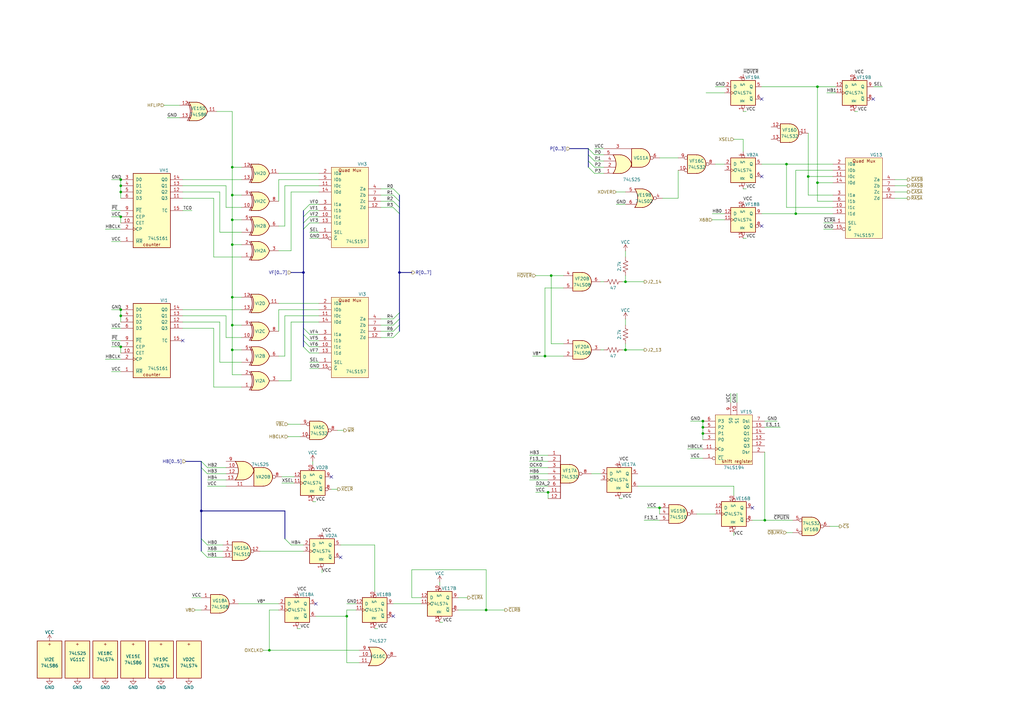
<source format=kicad_sch>
(kicad_sch (version 20231120) (generator "eeschema") (generator_version "8.0")
  (paper "A3")
  (title_block (date "2024-10-12") (company "JOTEGO") (comment 1 "Jose Tejada"))
  (junction (at 322.58 67.31))
  (junction (at 95.25 121.92))
  (junction (at 49.53 78.74))
  (junction (at 82.55 209.55))
  (junction (at 49.53 129.54))
  (junction (at 199.39 250.19))
  (junction (at 331.47 72.39))
  (junction (at 288.29 177.8))
  (junction (at 256.54 143.51))
  (junction (at 95.25 143.51))
  (junction (at 124.46 111.76))
  (junction (at 95.25 133.35))
  (junction (at 335.28 74.93))
  (junction (at 335.28 35.56))
  (junction (at 163.83 111.76))
  (junction (at 326.39 87.63))
  (junction (at 49.53 142.24))
  (junction (at 226.06 113.03))
  (junction (at 142.24 252.73))
  (junction (at 49.53 76.2))
  (junction (at 49.53 88.9))
  (junction (at 224.79 201.93))
  (junction (at 95.25 68.58))
  (junction (at 49.53 127))
  (junction (at 110.49 266.7))
  (junction (at 256.54 115.57))
  (junction (at 288.29 172.72))
  (junction (at 49.53 73.66))
  (junction (at 95.25 80.01))
  (junction (at 313.69 213.36))
  (junction (at 95.25 90.17))
  (junction (at 95.25 100.33))
  (junction (at 288.29 175.26))
  (junction (at 223.52 146.05))
  (junction (at 270.51 208.28))
  (no_connect (at 358.14 40.64))
  (no_connect (at 135.89 195.58))
  (no_connect (at 161.29 252.73))
  (no_connect (at 74.93 139.7))
  (no_connect (at 312.42 72.39))
  (no_connect (at 129.54 247.65))
  (no_connect (at 312.42 40.64))
  (no_connect (at 312.42 92.71))
  (no_connect (at 139.7 228.6))
  (no_connect (at 308.61 208.28))
  (bus_entry (at 124.46 86.36) (size 2.54 -2.54))
  (bus_entry (at 124.46 93.98) (size 2.54 -2.54))
  (bus_entry (at 124.46 137.16) (size 2.54 2.54))
  (bus_entry (at 124.46 139.7) (size 2.54 2.54))
  (bus_entry (at 82.55 226.06) (size 2.54 2.54))
  (bus_entry (at 161.29 82.55) (size 2.54 2.54))
  (bus_entry (at 161.29 85.09) (size 2.54 2.54))
  (bus_entry (at 82.55 189.23) (size 2.54 2.54))
  (bus_entry (at 241.3 60.96) (size 2.54 2.54))
  (bus_entry (at 82.55 191.77) (size 2.54 2.54))
  (bus_entry (at 241.3 66.04) (size 2.54 2.54))
  (bus_entry (at 124.46 134.62) (size 2.54 2.54))
  (bus_entry (at 161.29 135.89) (size 2.54 -2.54))
  (bus_entry (at 161.29 138.43) (size 2.54 -2.54))
  (bus_entry (at 161.29 77.47) (size 2.54 2.54))
  (bus_entry (at 124.46 142.24) (size 2.54 2.54))
  (bus_entry (at 241.3 63.5) (size 2.54 2.54))
  (bus_entry (at 116.84 220.98) (size 2.54 2.54))
  (bus_entry (at 161.29 130.81) (size 2.54 -2.54))
  (bus_entry (at 124.46 91.44) (size 2.54 -2.54))
  (bus_entry (at 241.3 68.58) (size 2.54 2.54))
  (bus_entry (at 124.46 88.9) (size 2.54 -2.54))
  (bus_entry (at 161.29 80.01) (size 2.54 2.54))
  (bus_entry (at 82.55 220.98) (size 2.54 2.54))
  (bus_entry (at 161.29 133.35) (size 2.54 -2.54))
  (wire (pts (xy 49.53 81.28) (xy 49.53 78.74)))
  (wire (pts (xy 45.72 127) (xy 49.53 127)))
  (wire (pts (xy 246.38 115.57) (xy 247.65 115.57)))
  (wire (pts (xy 119.38 223.52) (xy 124.46 223.52)))
  (wire (pts (xy 223.52 118.11) (xy 223.52 146.05)))
  (wire (pts (xy 45.72 152.4) (xy 49.53 152.4)))
  (wire (pts (xy 127 97.79) (xy 130.81 97.79)))
  (wire (pts (xy 119.38 132.08) (xy 130.81 132.08)))
  (wire (pts (xy 127 137.16) (xy 130.81 137.16)))
  (wire (pts (xy 300.99 203.2) (xy 300.99 199.39)))
  (wire (pts (xy 224.79 201.93) (xy 224.79 204.47)))
  (wire (pts (xy 337.82 93.98) (xy 341.63 93.98)))
  (wire (pts (xy 95.25 90.17) (xy 95.25 100.33)))
  (wire (pts (xy 367.03 73.66) (xy 372.11 73.66)))
  (wire (pts (xy 49.53 76.2) (xy 49.53 73.66)))
  (wire (pts (xy 242.57 194.31) (xy 246.38 194.31)))
  (wire (pts (xy 87.63 105.41) (xy 99.06 105.41)))
  (wire (pts (xy 331.47 80.01) (xy 341.63 80.01)))
  (wire (pts (xy 142.24 252.73) (xy 142.24 271.78)))
  (wire (pts (xy 92.71 85.09) (xy 99.06 85.09)))
  (wire (pts (xy 116.84 129.54) (xy 130.81 129.54)))
  (wire (pts (xy 129.54 205.74) (xy 128.27 205.74)))
  (wire (pts (xy 114.3 135.89) (xy 114.3 127)))
  (bus (pts (xy 241.3 66.04) (xy 241.3 63.5)))
  (wire (pts (xy 256.54 102.87) (xy 256.54 105.41)))
  (wire (pts (xy 78.74 86.36) (xy 74.93 86.36)))
  (wire (pts (xy 49.53 142.24) (xy 49.53 144.78)))
  (wire (pts (xy 156.21 85.09) (xy 161.29 85.09)))
  (wire (pts (xy 153.67 223.52) (xy 139.7 223.52)))
  (bus (pts (xy 163.83 130.81) (xy 163.83 133.35)))
  (wire (pts (xy 156.21 138.43) (xy 161.29 138.43)))
  (wire (pts (xy 87.63 81.28) (xy 87.63 105.41)))
  (wire (pts (xy 339.09 38.1) (xy 342.9 38.1)))
  (wire (pts (xy 252.73 78.74) (xy 256.54 78.74)))
  (wire (pts (xy 119.38 78.74) (xy 130.81 78.74)))
  (wire (pts (xy 322.58 67.31) (xy 341.63 67.31)))
  (wire (pts (xy 87.63 134.62) (xy 87.63 158.75)))
  (wire (pts (xy 127 139.7) (xy 130.81 139.7)))
  (wire (pts (xy 367.03 78.74) (xy 372.11 78.74)))
  (wire (pts (xy 326.39 69.85) (xy 341.63 69.85)))
  (wire (pts (xy 361.95 35.56) (xy 358.14 35.56)))
  (wire (pts (xy 226.06 113.03) (xy 231.14 113.03)))
  (wire (pts (xy 85.09 199.39) (xy 92.71 199.39)))
  (wire (pts (xy 300.99 219.71) (xy 300.99 218.44)))
  (bus (pts (xy 82.55 226.06) (xy 82.55 220.98)))
  (wire (pts (xy 88.9 45.72) (xy 95.25 45.72)))
  (wire (pts (xy 114.3 73.66) (xy 130.81 73.66)))
  (wire (pts (xy 288.29 177.8) (xy 288.29 175.26)))
  (wire (pts (xy 256.54 113.03) (xy 256.54 115.57)))
  (wire (pts (xy 95.25 121.92) (xy 95.25 133.35)))
  (wire (pts (xy 313.69 175.26) (xy 320.04 175.26)))
  (wire (pts (xy 367.03 81.28) (xy 372.11 81.28)))
  (wire (pts (xy 256.54 140.97) (xy 256.54 143.51)))
  (wire (pts (xy 187.96 245.11) (xy 191.77 245.11)))
  (wire (pts (xy 43.18 93.98) (xy 49.53 93.98)))
  (bus (pts (xy 163.83 111.76) (xy 168.91 111.76)))
  (wire (pts (xy 95.25 143.51) (xy 95.25 153.67)))
  (wire (pts (xy 114.3 127) (xy 130.81 127)))
  (wire (pts (xy 306.07 97.79) (xy 304.8 97.79)))
  (wire (pts (xy 74.93 132.08) (xy 90.17 132.08)))
  (wire (pts (xy 74.93 134.62) (xy 87.63 134.62)))
  (wire (pts (xy 127 86.36) (xy 130.81 86.36)))
  (bus (pts (xy 119.38 111.76) (xy 124.46 111.76)))
  (wire (pts (xy 92.71 129.54) (xy 92.71 138.43)))
  (wire (pts (xy 168.91 245.11) (xy 168.91 233.68)))
  (wire (pts (xy 256.54 143.51) (xy 255.27 143.51)))
  (wire (pts (xy 142.24 247.65) (xy 146.05 247.65)))
  (wire (pts (xy 199.39 233.68) (xy 199.39 250.19)))
  (wire (pts (xy 45.72 142.24) (xy 49.53 142.24)))
  (wire (pts (xy 95.25 100.33) (xy 99.06 100.33)))
  (wire (pts (xy 265.43 208.28) (xy 270.51 208.28)))
  (wire (pts (xy 223.52 146.05) (xy 231.14 146.05)))
  (bus (pts (xy 82.55 191.77) (xy 82.55 189.23)))
  (wire (pts (xy 127 142.24) (xy 130.81 142.24)))
  (wire (pts (xy 45.72 88.9) (xy 49.53 88.9)))
  (wire (pts (xy 116.84 92.71) (xy 116.84 76.2)))
  (wire (pts (xy 85.09 194.31) (xy 92.71 194.31)))
  (wire (pts (xy 95.25 100.33) (xy 95.25 121.92)))
  (wire (pts (xy 219.71 201.93) (xy 224.79 201.93)))
  (wire (pts (xy 92.71 76.2) (xy 92.71 85.09)))
  (wire (pts (xy 278.13 69.85) (xy 278.13 81.28)))
  (wire (pts (xy 49.53 78.74) (xy 49.53 76.2)))
  (bus (pts (xy 124.46 93.98) (xy 124.46 111.76)))
  (wire (pts (xy 99.06 121.92) (xy 95.25 121.92)))
  (wire (pts (xy 217.17 189.23) (xy 224.79 189.23)))
  (wire (pts (xy 293.37 67.31) (xy 297.18 67.31)))
  (wire (pts (xy 115.57 195.58) (xy 120.65 195.58)))
  (bus (pts (xy 124.46 93.98) (xy 124.46 91.44)))
  (wire (pts (xy 92.71 138.43) (xy 99.06 138.43)))
  (bus (pts (xy 124.46 134.62) (xy 124.46 137.16)))
  (wire (pts (xy 116.84 76.2) (xy 130.81 76.2)))
  (wire (pts (xy 326.39 87.63) (xy 341.63 87.63)))
  (bus (pts (xy 124.46 88.9) (xy 124.46 86.36)))
  (wire (pts (xy 90.17 132.08) (xy 90.17 148.59)))
  (wire (pts (xy 156.21 77.47) (xy 161.29 77.47)))
  (bus (pts (xy 124.46 111.76) (xy 124.46 134.62)))
  (wire (pts (xy 168.91 233.68) (xy 199.39 233.68)))
  (wire (pts (xy 326.39 69.85) (xy 326.39 87.63)))
  (wire (pts (xy 127 151.13) (xy 130.81 151.13)))
  (wire (pts (xy 95.25 133.35) (xy 95.25 143.51)))
  (wire (pts (xy 114.3 71.12) (xy 130.81 71.12)))
  (wire (pts (xy 243.84 63.5) (xy 247.65 63.5)))
  (wire (pts (xy 67.31 43.18) (xy 73.66 43.18)))
  (wire (pts (xy 95.25 68.58) (xy 95.25 45.72)))
  (wire (pts (xy 45.72 73.66) (xy 49.53 73.66)))
  (bus (pts (xy 241.3 68.58) (xy 241.3 66.04)))
  (wire (pts (xy 300.99 57.15) (xy 304.8 57.15)))
  (bus (pts (xy 124.46 88.9) (xy 124.46 91.44)))
  (wire (pts (xy 335.28 35.56) (xy 312.42 35.56)))
  (wire (pts (xy 299.72 161.29) (xy 299.72 165.1)))
  (bus (pts (xy 163.83 128.27) (xy 163.83 130.81)))
  (wire (pts (xy 313.69 185.42) (xy 313.69 213.36)))
  (wire (pts (xy 129.54 252.73) (xy 142.24 252.73)))
  (wire (pts (xy 85.09 226.06) (xy 91.44 226.06)))
  (wire (pts (xy 217.17 194.31) (xy 224.79 194.31)))
  (wire (pts (xy 138.43 176.53) (xy 140.97 176.53)))
  (wire (pts (xy 288.29 180.34) (xy 288.29 177.8)))
  (bus (pts (xy 124.46 137.16) (xy 124.46 139.7)))
  (wire (pts (xy 95.25 90.17) (xy 99.06 90.17)))
  (wire (pts (xy 95.25 153.67) (xy 99.06 153.67)))
  (wire (pts (xy 78.74 245.11) (xy 82.55 245.11)))
  (bus (pts (xy 163.83 85.09) (xy 163.83 87.63)))
  (wire (pts (xy 312.42 87.63) (xy 326.39 87.63)))
  (wire (pts (xy 132.08 234.95) (xy 132.08 233.68)))
  (bus (pts (xy 116.84 220.98) (xy 116.84 209.55)))
  (wire (pts (xy 110.49 266.7) (xy 147.32 266.7)))
  (bus (pts (xy 163.83 111.76) (xy 163.83 128.27)))
  (wire (pts (xy 45.72 134.62) (xy 49.53 134.62)))
  (wire (pts (xy 45.72 86.36) (xy 49.53 86.36)))
  (wire (pts (xy 127 83.82) (xy 130.81 83.82)))
  (wire (pts (xy 45.72 139.7) (xy 49.53 139.7)))
  (wire (pts (xy 289.56 38.1) (xy 297.18 38.1)))
  (wire (pts (xy 74.93 127) (xy 99.06 127)))
  (wire (pts (xy 219.71 199.39) (xy 224.79 199.39)))
  (bus (pts (xy 163.83 133.35) (xy 163.83 135.89)))
  (wire (pts (xy 243.84 66.04) (xy 247.65 66.04)))
  (wire (pts (xy 292.1 90.17) (xy 297.18 90.17)))
  (wire (pts (xy 281.94 184.15) (xy 288.29 184.15)))
  (wire (pts (xy 114.3 102.87) (xy 119.38 102.87)))
  (wire (pts (xy 90.17 78.74) (xy 90.17 95.25)))
  (wire (pts (xy 110.49 250.19) (xy 114.3 250.19)))
  (wire (pts (xy 172.72 245.11) (xy 168.91 245.11)))
  (wire (pts (xy 156.21 135.89) (xy 161.29 135.89)))
  (wire (pts (xy 335.28 35.56) (xy 335.28 74.93)))
  (wire (pts (xy 306.07 45.72) (xy 304.8 45.72)))
  (wire (pts (xy 292.1 87.63) (xy 297.18 87.63)))
  (wire (pts (xy 199.39 250.19) (xy 207.01 250.19)))
  (wire (pts (xy 264.16 213.36) (xy 270.51 213.36)))
  (wire (pts (xy 107.95 266.7) (xy 110.49 266.7)))
  (wire (pts (xy 128.27 189.23) (xy 128.27 190.5)))
  (wire (pts (xy 116.84 146.05) (xy 116.84 129.54)))
  (wire (pts (xy 119.38 156.21) (xy 119.38 132.08)))
  (wire (pts (xy 74.93 81.28) (xy 87.63 81.28)))
  (wire (pts (xy 293.37 35.56) (xy 297.18 35.56)))
  (wire (pts (xy 180.34 238.76) (xy 180.34 240.03)))
  (bus (pts (xy 82.55 209.55) (xy 82.55 191.77)))
  (wire (pts (xy 283.21 172.72) (xy 288.29 172.72)))
  (bus (pts (xy 233.68 60.96) (xy 241.3 60.96)))
  (wire (pts (xy 231.14 118.11) (xy 223.52 118.11)))
  (wire (pts (xy 156.21 80.01) (xy 161.29 80.01)))
  (wire (pts (xy 304.8 62.23) (xy 304.8 57.15)))
  (wire (pts (xy 142.24 271.78) (xy 147.32 271.78)))
  (wire (pts (xy 217.17 196.85) (xy 224.79 196.85)))
  (wire (pts (xy 337.82 91.44) (xy 341.63 91.44)))
  (wire (pts (xy 331.47 72.39) (xy 341.63 72.39)))
  (bus (pts (xy 82.55 220.98) (xy 82.55 209.55)))
  (wire (pts (xy 154.94 257.81) (xy 153.67 257.81)))
  (wire (pts (xy 68.58 48.26) (xy 73.66 48.26)))
  (wire (pts (xy 156.21 133.35) (xy 161.29 133.35)))
  (wire (pts (xy 74.93 73.66) (xy 99.06 73.66)))
  (wire (pts (xy 367.03 76.2) (xy 372.11 76.2)))
  (wire (pts (xy 217.17 186.69) (xy 224.79 186.69)))
  (wire (pts (xy 95.25 68.58) (xy 95.25 80.01)))
  (wire (pts (xy 341.63 82.55) (xy 335.28 82.55)))
  (wire (pts (xy 335.28 74.93) (xy 341.63 74.93)))
  (wire (pts (xy 313.69 213.36) (xy 308.61 213.36)))
  (wire (pts (xy 118.11 179.07) (xy 123.19 179.07)))
  (wire (pts (xy 90.17 148.59) (xy 99.06 148.59)))
  (wire (pts (xy 85.09 228.6) (xy 91.44 228.6)))
  (wire (pts (xy 255.27 204.47) (xy 254 204.47)))
  (wire (pts (xy 322.58 67.31) (xy 322.58 85.09)))
  (wire (pts (xy 95.25 80.01) (xy 99.06 80.01)))
  (wire (pts (xy 351.79 45.72) (xy 350.52 45.72)))
  (wire (pts (xy 114.3 92.71) (xy 116.84 92.71)))
  (wire (pts (xy 85.09 196.85) (xy 92.71 196.85)))
  (wire (pts (xy 246.38 143.51) (xy 247.65 143.51)))
  (bus (pts (xy 124.46 139.7) (xy 124.46 142.24)))
  (wire (pts (xy 243.84 68.58) (xy 247.65 68.58)))
  (wire (pts (xy 95.25 143.51) (xy 99.06 143.51)))
  (bus (pts (xy 76.2 189.23) (xy 82.55 189.23)))
  (wire (pts (xy 270.51 64.77) (xy 278.13 64.77)))
  (wire (pts (xy 218.44 146.05) (xy 223.52 146.05)))
  (wire (pts (xy 226.06 140.97) (xy 231.14 140.97)))
  (wire (pts (xy 123.19 257.81) (xy 121.92 257.81)))
  (wire (pts (xy 110.49 250.19) (xy 110.49 266.7)))
  (wire (pts (xy 142.24 250.19) (xy 142.24 252.73)))
  (wire (pts (xy 335.28 74.93) (xy 335.28 82.55)))
  (wire (pts (xy 135.89 200.66) (xy 138.43 200.66)))
  (wire (pts (xy 114.3 82.55) (xy 114.3 73.66)))
  (wire (pts (xy 156.21 130.81) (xy 161.29 130.81)))
  (wire (pts (xy 312.42 67.31) (xy 322.58 67.31)))
  (wire (pts (xy 302.26 161.29) (xy 302.26 165.1)))
  (wire (pts (xy 74.93 76.2) (xy 92.71 76.2)))
  (wire (pts (xy 95.25 80.01) (xy 95.25 90.17)))
  (wire (pts (xy 306.07 77.47) (xy 304.8 77.47)))
  (wire (pts (xy 118.11 173.99) (xy 123.19 173.99)))
  (bus (pts (xy 241.3 63.5) (xy 241.3 60.96)))
  (wire (pts (xy 106.68 226.06) (xy 124.46 226.06)))
  (wire (pts (xy 270.51 210.82) (xy 270.51 208.28)))
  (wire (pts (xy 288.29 175.26) (xy 288.29 172.72)))
  (wire (pts (xy 226.06 113.03) (xy 226.06 140.97)))
  (wire (pts (xy 49.53 132.08) (xy 49.53 129.54)))
  (bus (pts (xy 116.84 209.55) (xy 82.55 209.55)))
  (wire (pts (xy 153.67 242.57) (xy 153.67 223.52)))
  (wire (pts (xy 90.17 95.25) (xy 99.06 95.25)))
  (wire (pts (xy 335.28 35.56) (xy 342.9 35.56)))
  (wire (pts (xy 85.09 223.52) (xy 91.44 223.52)))
  (wire (pts (xy 74.93 78.74) (xy 90.17 78.74)))
  (wire (pts (xy 49.53 88.9) (xy 49.53 91.44)))
  (wire (pts (xy 119.38 102.87) (xy 119.38 78.74)))
  (wire (pts (xy 340.36 215.9) (xy 344.17 215.9)))
  (wire (pts (xy 114.3 146.05) (xy 116.84 146.05)))
  (wire (pts (xy 256.54 115.57) (xy 264.16 115.57)))
  (wire (pts (xy 322.58 218.44) (xy 325.12 218.44)))
  (wire (pts (xy 45.72 99.06) (xy 49.53 99.06)))
  (wire (pts (xy 43.18 147.32) (xy 49.53 147.32)))
  (wire (pts (xy 331.47 72.39) (xy 331.47 80.01)))
  (bus (pts (xy 163.83 82.55) (xy 163.83 85.09)))
  (wire (pts (xy 74.93 129.54) (xy 92.71 129.54)))
  (wire (pts (xy 256.54 115.57) (xy 255.27 115.57)))
  (wire (pts (xy 187.96 250.19) (xy 199.39 250.19)))
  (wire (pts (xy 99.06 68.58) (xy 95.25 68.58)))
  (wire (pts (xy 127 144.78) (xy 130.81 144.78)))
  (wire (pts (xy 87.63 158.75) (xy 99.06 158.75)))
  (wire (pts (xy 278.13 81.28) (xy 271.78 81.28)))
  (wire (pts (xy 97.79 247.65) (xy 114.3 247.65)))
  (wire (pts (xy 313.69 213.36) (xy 325.12 213.36)))
  (wire (pts (xy 92.71 191.77) (xy 85.09 191.77)))
  (wire (pts (xy 283.21 187.96) (xy 288.29 187.96)))
  (wire (pts (xy 217.17 191.77) (xy 224.79 191.77)))
  (wire (pts (xy 114.3 156.21) (xy 119.38 156.21)))
  (wire (pts (xy 180.34 255.27) (xy 181.61 255.27)))
  (wire (pts (xy 256.54 130.81) (xy 256.54 133.35)))
  (wire (pts (xy 127 148.59) (xy 130.81 148.59)))
  (wire (pts (xy 243.84 71.12) (xy 247.65 71.12)))
  (wire (pts (xy 115.57 198.12) (xy 120.65 198.12)))
  (wire (pts (xy 127 91.44) (xy 130.81 91.44)))
  (wire (pts (xy 161.29 247.65) (xy 172.72 247.65)))
  (wire (pts (xy 127 95.25) (xy 130.81 95.25)))
  (bus (pts (xy 163.83 80.01) (xy 163.83 82.55)))
  (wire (pts (xy 285.75 210.82) (xy 293.37 210.82)))
  (wire (pts (xy 156.21 82.55) (xy 161.29 82.55)))
  (wire (pts (xy 80.01 250.19) (xy 82.55 250.19)))
  (wire (pts (xy 95.25 133.35) (xy 99.06 133.35)))
  (wire (pts (xy 331.47 54.61) (xy 331.47 72.39)))
  (wire (pts (xy 146.05 250.19) (xy 142.24 250.19)))
  (wire (pts (xy 219.71 113.03) (xy 226.06 113.03)))
  (wire (pts (xy 127 88.9) (xy 130.81 88.9)))
  (wire (pts (xy 252.73 83.82) (xy 256.54 83.82)))
  (wire (pts (xy 300.99 199.39) (xy 261.62 199.39)))
  (wire (pts (xy 256.54 143.51) (xy 264.16 143.51)))
  (wire (pts (xy 318.77 172.72) (xy 313.69 172.72)))
  (wire (pts (xy 322.58 85.09) (xy 341.63 85.09)))
  (bus (pts (xy 163.83 87.63) (xy 163.83 111.76)))
  (wire (pts (xy 243.84 60.96) (xy 247.65 60.96)))
  (wire (pts (xy 114.3 124.46) (xy 130.81 124.46)))
  (wire (pts (xy 49.53 129.54) (xy 49.53 127)))
  (label "R6" (at 161.29 135.89 180))
  (label "VCC" (at 78.74 245.11 0))
  (label "VCC" (at 85.09 199.39 0))
  (label "GND" (at 45.72 127 0))
  (label "VCC" (at 283.21 187.96 0))
  (label "VCC" (at 45.72 99.06 0))
  (label "R3" (at 161.29 85.09 180))
  (label "VCC" (at 121.92 242.57 0))
  (label "F13_1" (at 264.16 213.36 0))
  (label "F13_1" (at 217.17 189.23 0))
  (label "VCC" (at 254 189.23 0))
  (label "VCC" (at 129.54 205.74 0))
  (label "HB1" (at 339.09 38.1 0))
  (label "V8*" (at 105.41 247.65 0))
  (label "P2" (at 243.84 68.58 0))
  (label "VCC" (at 132.08 218.44 0))
  (label "VCC" (at 299.72 161.29 270))
  (label "HB3" (at 85.09 194.31 0))
  (label "P1" (at 243.84 66.04 0))
  (label "P0" (at 243.84 63.5 0))
  (label "R5" (at 161.29 133.35 180))
  (label "VCC" (at 123.19 257.81 0))
  (label "~{CPUEN}" (at 323.85 213.36 180))
  (label "R7" (at 161.29 138.43 180))
  (label "VCC" (at 45.72 134.62 0))
  (label "VF2" (at 127 88.9 0))
  (label "R1" (at 161.29 80.01 180))
  (label "X6B" (at 85.09 226.06 0))
  (label "GND" (at 127 151.13 0))
  (label "VCC" (at 45.72 152.4 0))
  (label "VCC" (at 306.07 77.47 0))
  (label "GND" (at 293.37 35.56 0))
  (label "VCC" (at 243.84 60.96 0))
  (label "VCC" (at 306.07 45.72 0))
  (label "VF7" (at 127 144.78 0))
  (label "~{PE}" (at 45.72 86.36 0))
  (label "GND" (at 252.73 83.82 0))
  (label "SEL" (at 127 148.59 0))
  (label "HB4" (at 119.38 223.52 0))
  (label "R2" (at 161.29 82.55 180))
  (label "VCC" (at 300.99 219.71 0))
  (label "D2A_2" (at 219.71 199.39 0))
  (label "XSEL" (at 115.57 198.12 0))
  (label "HB1" (at 85.09 228.6 0))
  (label "VCC" (at 255.27 204.47 0))
  (label "HB4" (at 85.09 196.85 0))
  (label "GND" (at 283.21 172.72 0))
  (label "OCK0" (at 217.17 191.77 0))
  (label "GND" (at 68.58 48.26 0))
  (label "~{HOVER}" (at 304.8 30.48 0))
  (label "GND" (at 142.24 247.65 0))
  (label "R0" (at 161.29 77.47 180))
  (label "VF0" (at 127 83.82 0))
  (label "VF3" (at 127 91.44 0))
  (label "HB0" (at 292.1 87.63 0))
  (label "VCC" (at 351.79 45.72 0))
  (label "VF1" (at 127 86.36 0))
  (label "VF6" (at 127 142.24 0))
  (label "SEL" (at 361.95 35.56 180))
  (label "VCC" (at 181.61 255.27 0))
  (label "VCC" (at 219.71 201.93 0))
  (label "E3_11" (at 320.04 175.26 180))
  (label "HB2" (at 85.09 191.77 0))
  (label "GND" (at 318.77 172.72 180))
  (label "VCC" (at 304.8 82.55 0))
  (label "HBCLK" (at 43.18 147.32 0))
  (label "~{CLRA}" (at 337.82 91.44 0))
  (label "P3" (at 243.84 71.12 0))
  (label "HB0" (at 85.09 223.52 0))
  (label "HB5" (at 217.17 196.85 0))
  (label "R4" (at 161.29 130.81 180))
  (label "GND" (at 45.72 73.66 0))
  (label "HBCLK" (at 281.94 184.15 0))
  (label "VCC" (at 265.43 208.28 0))
  (label "GND" (at 337.82 93.98 0))
  (label "VCC" (at 306.07 97.79 0))
  (label "TC0" (at 78.74 86.36 180))
  (label "VCC" (at 350.52 30.48 0))
  (label "GND" (at 302.26 161.29 270))
  (label "VF4" (at 127 137.16 0))
  (label "V8*" (at 218.44 146.05 0))
  (label "HB3" (at 217.17 186.69 0))
  (label "HB6" (at 217.17 194.31 0))
  (label "HBCLK" (at 43.18 93.98 0))
  (label "VCC" (at 154.94 257.81 0))
  (label "VF5" (at 127 139.7 0))
  (label "VCC" (at 45.72 88.9 0))
  (label "GND" (at 127 97.79 0))
  (label "~{PE}" (at 45.72 139.7 0))
  (label "TC0" (at 45.72 142.24 0))
  (label "VCC" (at 132.08 234.95 0))
  (label "SEL" (at 127 95.25 0))
  (hierarchical_label "HB[0..5]" (shape input) (at 76.2 189.23 180))
  (hierarchical_label "~{CASB}" (shape output) (at 372.11 73.66 0))
  (hierarchical_label "R[0..7]" (shape output) (at 168.91 111.76 0))
  (hierarchical_label "~{CLRA}" (shape output) (at 191.77 245.11 0))
  (hierarchical_label "J2_13" (shape output) (at 264.16 143.51 0))
  (hierarchical_label "~{WR}" (shape output) (at 140.97 176.53 0))
  (hierarchical_label "HFLIP" (shape input) (at 67.31 43.18 180))
  (hierarchical_label "X6B" (shape input) (at 292.1 90.17 180))
  (hierarchical_label "HBCLK" (shape input) (at 118.11 179.07 180))
  (hierarchical_label "~{CASA}" (shape output) (at 372.11 78.74 0))
  (hierarchical_label "~{OBJMX}" (shape input) (at 322.58 218.44 180))
  (hierarchical_label "J2_14" (shape output) (at 264.16 115.57 0))
  (hierarchical_label "~{VBL}" (shape input) (at 118.11 173.99 180))
  (hierarchical_label "~{RASA}" (shape output) (at 372.11 81.28 0))
  (hierarchical_label "V8" (shape input) (at 80.01 250.19 180))
  (hierarchical_label "XOVER" (shape input) (at 252.73 78.74 180))
  (hierarchical_label "XSEL" (shape input) (at 300.99 57.15 180))
  (hierarchical_label "~{CLRB}" (shape output) (at 207.01 250.19 0))
  (hierarchical_label "VF[0..7]" (shape input) (at 119.38 111.76 180))
  (hierarchical_label "~{HOVER}" (shape input) (at 219.71 113.03 180))
  (hierarchical_label "OXCLK" (shape input) (at 107.95 266.7 180))
  (hierarchical_label "~{XCLR}" (shape output) (at 138.43 200.66 0))
  (hierarchical_label "~{CS}" (shape output) (at 344.17 215.9 0))
  (hierarchical_label "~{RASB}" (shape output) (at 372.11 76.2 0))
  (hierarchical_label "P[0..3]" (shape input) (at 233.68 60.96 180))
  (symbol (lib_id "power:GND") (at 31.75 278.13 0) (unit 1)
    (property "Reference" "#PWR0143" (effects (hide yes)))
    (property "Value" "GND" (at 31.75 281.94 0))
    (property "Description" "Power symbol creates a global label with name \"GND\" , ground" (effects (hide yes)))
  )
  (symbol (lib_id "jt74:74LS86") (at 106.68 92.71 0) (mirror x) (unit 2)
    (property "Reference" "VH2" (at 106.68 92.71 0))
    (property "Value" "74LS86" (effects (hide yes)))
    (property "Datasheet" "74xx/74ls86.pdf" (effects (hide yes)))
    (property "Description" "Quad 2-input XOR" (effects (hide yes)))
  )
  (symbol (lib_id "jt74:74LS74") (at 304.8 69.85 0) (unit 1)
    (property "Reference" "VB2" (at 308.61 63.5 0))
    (property "Value" "74LS74" (at 304.8 69.85 0))
    (property "Datasheet" "74xx/74hc_hct74.pdf" (effects (hide yes)))
    (property "Description" "Dual D Flip-flop, Set & Reset" (effects (hide yes)))
  )
  (symbol (lib_id "Device:R_US") (at 256.54 109.22 0) (unit 1)
    (property "Reference" "RX24" (effects (hide yes)))
    (property "Value" "2.7k" (at 254 109.22 90))
    (property "Description" "Resistor, US symbol" (effects (hide yes)))
  )
  (symbol (lib_id "jt74:74LS25") (at 31.75 270.51 0) (unit 3)
    (property "Reference" "VG11" (at 31.75 270.51 0))
    (property "Value" "74LS25" (at 31.75 267.97 0))
    (property "Datasheet" "https://www.ti.com/lit/ds/symlink/sn7425.pdf" (effects (hide yes)))
    (property "Description" "dual 4-input nor gates with strobe" (effects (hide yes)))
  )
  (symbol (lib_id "jt74:74LS74") (at 128.27 198.12 0) (unit 2)
    (property "Reference" "VD2" (at 132.08 191.77 0))
    (property "Value" "74LS74" (at 128.27 198.12 0))
    (property "Datasheet" "74xx/74hc_hct74.pdf" (effects (hide yes)))
    (property "Description" "Dual D Flip-flop, Set & Reset" (effects (hide yes)))
  )
  (symbol (lib_id "power:GND") (at 54.61 278.13 0) (unit 1)
    (property "Reference" "#PWR0145" (effects (hide yes)))
    (property "Value" "GND" (at 54.61 281.94 0))
    (property "Description" "Power symbol creates a global label with name \"GND\" , ground" (effects (hide yes)))
  )
  (symbol (lib_id "jt74:74LS74") (at 180.34 247.65 0) (unit 2)
    (property "Reference" "VE17" (at 184.15 241.3 0))
    (property "Value" "74LS74" (at 180.34 247.65 0))
    (property "Datasheet" "74xx/74hc_hct74.pdf" (effects (hide yes)))
    (property "Description" "Dual D Flip-flop, Set & Reset" (effects (hide yes)))
  )
  (symbol (lib_id "jt74:74LS25") (at 257.81 66.04 0) (mirror x) (unit 1)
    (property "Reference" "VG11" (at 262.89 64.77 0))
    (property "Value" "74LS25" (at 259.0717 73.66 0))
    (property "Datasheet" "https://www.ti.com/lit/ds/symlink/sn7425.pdf" (effects (hide yes)))
    (property "Description" "dual 4-input nor gates with strobe" (effects (hide yes)))
  )
  (symbol (lib_id "jt74:74LS194") (at 300.99 177.8 0) (unit 1)
    (property "Reference" "VF15" (at 306.07 168.91 0))
    (property "Value" "74LS194" (at 300.99 191.77 0))
    (property "Datasheet" "https://www.ti.com/lit/ds/symlink/sn54ls194a.pdf?ts=1723710191457" (effects (hide yes)))
    (property "Description" "Shift Register 4-bit Bidirectional" (effects (hide yes)))
  )
  (symbol (lib_id "jt74:74LS08") (at 238.76 115.57 0) (unit 2)
    (property "Reference" "VF20" (at 238.76 114.3 0))
    (property "Value" "74LS08" (at 238.76 116.84 0))
    (property "Datasheet" "http://www.ti.com/lit/gpn/sn74LS08" (effects (hide yes)))
    (property "Description" "Quad And2" (effects (hide yes)))
  )
  (symbol (lib_id "jt74:74LS74") (at 66.04 270.51 0) (unit 3)
    (property "Reference" "VF19" (at 66.04 270.51 0))
    (property "Value" "74LS74" (at 66.04 273.05 0))
    (property "Datasheet" "74xx/74hc_hct74.pdf" (effects (hide yes)))
    (property "Description" "Dual D Flip-flop, Set & Reset" (effects (hide yes)))
  )
  (symbol (lib_id "jt74:74LS74") (at 304.8 90.17 0) (unit 2)
    (property "Reference" "VF18" (at 308.61 83.82 0))
    (property "Value" "74LS74" (at 304.8 90.17 0))
    (property "Datasheet" "74xx/74hc_hct74.pdf" (effects (hide yes)))
    (property "Description" "Dual D Flip-flop, Set & Reset" (effects (hide yes)))
  )
  (symbol (lib_id "jt74:74LS74") (at 300.99 210.82 0) (unit 2)
    (property "Reference" "VE16" (at 304.8 204.47 0))
    (property "Value" "74LS74" (at 300.99 210.82 0))
    (property "Datasheet" "74xx/74hc_hct74.pdf" (effects (hide yes)))
    (property "Description" "Dual D Flip-flop, Set & Reset" (effects (hide yes)))
  )
  (symbol (lib_id "jt74:74LS74") (at 254 196.85 0) (unit 1)
    (property "Reference" "VE17" (at 257.81 190.5 0))
    (property "Value" "74LS74" (at 254 196.85 0))
    (property "Datasheet" "74xx/74hc_hct74.pdf" (effects (hide yes)))
    (property "Description" "Dual D Flip-flop, Set & Reset" (effects (hide yes)))
  )
  (symbol (lib_id "jt74:74LS86") (at 106.68 135.89 0) (unit 3)
    (property "Reference" "VI2" (at 106.68 135.89 0))
    (property "Value" "74LS86" (effects (hide yes)))
    (property "Datasheet" "74xx/74ls86.pdf" (effects (hide yes)))
    (property "Description" "Quad 2-input XOR" (effects (hide yes)))
  )
  (symbol (lib_id "jt74:74LS32") (at 130.81 176.53 0) (unit 3) (convert 2)
    (property "Reference" "VA5" (at 130.81 175.26 0))
    (property "Value" "74LS32" (at 130.81 177.8 0))
    (property "Datasheet" "http://www.ti.com/lit/gpn/sn74LS32" (effects (hide yes)))
    (property "Description" "Quad 2-input OR" (effects (hide yes)))
  )
  (symbol (lib_id "jt74:74LS74") (at 153.67 250.19 0) (unit 2)
    (property "Reference" "VE18" (at 157.48 243.84 0))
    (property "Value" "74LS74" (at 153.67 250.19 0))
    (property "Datasheet" "74xx/74hc_hct74.pdf" (effects (hide yes)))
    (property "Description" "Dual D Flip-flop, Set & Reset" (effects (hide yes)))
  )
  (symbol (lib_id "jt74:74LS86") (at 20.32 270.51 0) (unit 5)
    (property "Reference" "VI2" (at 20.32 270.51 0))
    (property "Value" "74LS86" (at 20.32 273.05 0))
    (property "Datasheet" "74xx/74ls86.pdf" (effects (hide yes)))
    (property "Description" "Quad 2-input XOR" (effects (hide yes)))
  )
  (symbol (lib_id "jt74:74LS161") (at 62.23 139.7 0) (unit 1)
    (property "Reference" "VI1" (at 67.31 123.19 0))
    (property "Value" "74LS161" (at 64.77 151.13 0))
    (property "Datasheet" "http://www.ti.com/lit/gpn/sn74LS161" (effects (hide yes)))
    (property "Description" "Synchronous 4-bit programmable binary Counter" (effects (hide yes)))
  )
  (symbol (lib_id "jt74:74LS25") (at 102.87 194.31 0) (unit 2)
    (property "Reference" "VA20" (at 107.95 195.58 0))
    (property "Value" "74LS25" (at 106.68 190.5 0))
    (property "Datasheet" "https://www.ti.com/lit/ds/symlink/sn7425.pdf" (effects (hide yes)))
    (property "Description" "dual 4-input nor gates with strobe" (effects (hide yes)))
  )
  (symbol (lib_id "Device:R_US") (at 251.46 115.57 90) (unit 1)
    (property "Reference" "RX23" (effects (hide yes)))
    (property "Value" "47" (at 251.46 118.11 90))
    (property "Description" "Resistor, US symbol" (effects (hide yes)))
  )
  (symbol (lib_id "jt74:74LS10") (at 278.13 210.82 0) (unit 2)
    (property "Reference" "VG15" (at 278.13 209.55 0))
    (property "Value" "74LS10" (at 278.13 212.09 0))
    (property "Datasheet" "http://www.ti.com/lit/gpn/sn74LS10" (effects (hide yes)))
    (property "Description" "Triple 3-input NAND" (effects (hide yes)))
  )
  (symbol (lib_id "jt74:74LS161") (at 62.23 86.36 0) (unit 1)
    (property "Reference" "VH1" (at 67.31 69.85 0))
    (property "Value" "74LS161" (at 64.77 97.79 0))
    (property "Datasheet" "http://www.ti.com/lit/gpn/sn74LS161" (effects (hide yes)))
    (property "Description" "Synchronous 4-bit programmable binary Counter" (effects (hide yes)))
  )
  (symbol (lib_id "jt74:74LS86") (at 106.68 124.46 0) (unit 4)
    (property "Reference" "VI2" (at 106.68 124.46 0))
    (property "Value" "74LS86" (effects (hide yes)))
    (property "Datasheet" "74xx/74ls86.pdf" (effects (hide yes)))
    (property "Description" "Quad 2-input XOR" (effects (hide yes)))
  )
  (symbol (lib_id "jt74:74LS08") (at 90.17 247.65 0) (unit 1)
    (property "Reference" "VG18" (at 90.17 246.38 0))
    (property "Value" "74LS08" (at 90.17 248.92 0))
    (property "Datasheet" "http://www.ti.com/lit/gpn/sn74LS08" (effects (hide yes)))
    (property "Description" "Quad And2" (effects (hide yes)))
  )
  (symbol (lib_id "jt74:74LS74") (at 132.08 226.06 0) (unit 1)
    (property "Reference" "VD2" (at 135.89 219.71 0))
    (property "Value" "74LS74" (at 132.08 226.06 0))
    (property "Datasheet" "74xx/74hc_hct74.pdf" (effects (hide yes)))
    (property "Description" "Dual D Flip-flop, Set & Reset" (effects (hide yes)))
  )
  (symbol (lib_id "jt74:74LS32") (at 323.85 54.61 0) (unit 4) (convert 2)
    (property "Reference" "VF16" (at 323.85 53.34 0))
    (property "Value" "74LS32" (at 323.85 55.88 0))
    (property "Datasheet" "http://www.ti.com/lit/gpn/sn74LS32" (effects (hide yes)))
    (property "Description" "Quad 2-input OR" (effects (hide yes)))
  )
  (symbol (lib_id "jt74:74LS74") (at 350.52 38.1 0) (unit 2)
    (property "Reference" "VF19" (at 354.33 31.75 0))
    (property "Value" "74LS74" (at 350.52 38.1 0))
    (property "Datasheet" "74xx/74hc_hct74.pdf" (effects (hide yes)))
    (property "Description" "Dual D Flip-flop, Set & Reset" (effects (hide yes)))
  )
  (symbol (lib_id "power:VCC") (at 128.27 189.23 0) (unit 1)
    (property "Reference" "#PWR042" (effects (hide yes)))
    (property "Value" "VCC" (at 128.27 185.674 0))
    (property "Description" "Power symbol creates a global label with name \"VCC\"" (effects (hide yes)))
  )
  (symbol (lib_id "power:VCC") (at 256.54 130.81 0) (unit 1)
    (property "Reference" "#PWR041" (effects (hide yes)))
    (property "Value" "VCC" (at 256.54 127.254 0))
    (property "Description" "Power symbol creates a global label with name \"VCC\"" (effects (hide yes)))
  )
  (symbol (lib_id "jt74:74LS74") (at 77.47 270.51 0) (unit 3)
    (property "Reference" "VD2" (at 77.47 270.51 0))
    (property "Value" "74LS74" (at 77.47 273.05 0))
    (property "Datasheet" "74xx/74hc_hct74.pdf" (effects (hide yes)))
    (property "Description" "Dual D Flip-flop, Set & Reset" (effects (hide yes)))
  )
  (symbol (lib_id "jt74:74LS86") (at 106.68 71.12 0) (unit 4)
    (property "Reference" "VH2" (at 106.68 71.12 0))
    (property "Value" "74LS86" (effects (hide yes)))
    (property "Datasheet" "74xx/74ls86.pdf" (effects (hide yes)))
    (property "Description" "Quad 2-input XOR" (effects (hide yes)))
  )
  (symbol (lib_id "jt74:74LS157") (at 143.51 137.16 0) (unit 1)
    (property "Reference" "VI3" (at 148.59 120.65 0))
    (property "Value" "74LS157" (at 146.05 152.4 0))
    (property "Datasheet" "https://www.alldatasheet.com/datasheet-pdf/pdf/27402/TI/74LS157.html" (effects (hide yes)))
    (property "Description" "Quad 2 to 1 line Multiplexer" (effects (hide yes)))
  )
  (symbol (lib_id "power:VCC") (at 180.34 238.76 0) (unit 1)
    (property "Reference" "#PWR022" (effects (hide yes)))
    (property "Value" "VCC" (at 180.34 235.204 0))
    (property "Description" "Power symbol creates a global label with name \"VCC\"" (effects (hide yes)))
  )
  (symbol (lib_id "jt74:74LS74") (at 304.8 38.1 0) (unit 1)
    (property "Reference" "VF19" (at 308.61 31.75 0))
    (property "Value" "74LS74" (at 304.8 38.1 0))
    (property "Datasheet" "74xx/74hc_hct74.pdf" (effects (hide yes)))
    (property "Description" "Dual D Flip-flop, Set & Reset" (effects (hide yes)))
  )
  (symbol (lib_id "jt74:74LS86") (at 54.61 270.51 0) (unit 5)
    (property "Reference" "VE15" (at 54.61 269.24 0))
    (property "Value" "74LS86" (at 54.61 271.78 0))
    (property "Datasheet" "74xx/74ls86.pdf" (effects (hide yes)))
    (property "Description" "Quad 2-input XOR" (effects (hide yes)))
  )
  (symbol (lib_id "power:GND") (at 20.32 278.13 0) (unit 1)
    (property "Reference" "#PWR037" (effects (hide yes)))
    (property "Value" "GND" (at 20.32 281.94 0))
    (property "Description" "Power symbol creates a global label with name \"GND\" , ground" (effects (hide yes)))
  )
  (symbol (lib_id "jt74:74LS86") (at 106.68 102.87 0) (mirror x) (unit 1)
    (property "Reference" "VH2" (at 106.68 102.87 0))
    (property "Value" "74LS86" (effects (hide yes)))
    (property "Datasheet" "74xx/74ls86.pdf" (effects (hide yes)))
    (property "Description" "Quad 2-input XOR" (effects (hide yes)))
  )
  (symbol (lib_id "jt74:74LS30") (at 233.68 194.31 0) (unit 1)
    (property "Reference" "VF17" (at 233.68 193.04 0))
    (property "Value" "74LS30" (at 233.68 195.58 0))
    (property "Datasheet" "http://www.ti.com/lit/gpn/sn74LS30" (effects (hide yes)))
    (property "Description" "8-input NAND" (effects (hide yes)))
  )
  (symbol (lib_id "jt74:74LS86") (at 81.28 45.72 0) (unit 4)
    (property "Reference" "VE15" (at 81.28 44.45 0))
    (property "Value" "74LS86" (at 81.28 46.99 0))
    (property "Datasheet" "74xx/74ls86.pdf" (effects (hide yes)))
    (property "Description" "Quad 2-input XOR" (effects (hide yes)))
  )
  (symbol (lib_id "jt74:74LS157") (at 143.51 83.82 0) (unit 1)
    (property "Reference" "VH3" (at 148.59 67.31 0))
    (property "Value" "74LS157" (at 146.05 99.06 0))
    (property "Datasheet" "https://www.alldatasheet.com/datasheet-pdf/pdf/27402/TI/74LS157.html" (effects (hide yes)))
    (property "Description" "Quad 2 to 1 line Multiplexer" (effects (hide yes)))
  )
  (symbol (lib_id "jt74:74LS10") (at 99.06 226.06 0) (unit 1)
    (property "Reference" "VG15" (at 99.06 224.79 0))
    (property "Value" "74LS10" (at 99.06 227.33 0))
    (property "Datasheet" "http://www.ti.com/lit/gpn/sn74LS10" (effects (hide yes)))
    (property "Description" "Triple 3-input NAND" (effects (hide yes)))
  )
  (symbol (lib_id "jt74:74LS86") (at 106.68 82.55 0) (unit 3)
    (property "Reference" "VH2" (at 106.68 82.55 0))
    (property "Value" "74LS86" (effects (hide yes)))
    (property "Datasheet" "74xx/74ls86.pdf" (effects (hide yes)))
    (property "Description" "Quad 2-input XOR" (effects (hide yes)))
  )
  (symbol (lib_id "jt74:74LS86") (at 106.68 146.05 0) (mirror x) (unit 2)
    (property "Reference" "VI2" (at 106.68 146.05 0))
    (property "Value" "74LS86" (effects (hide yes)))
    (property "Datasheet" "74xx/74ls86.pdf" (effects (hide yes)))
    (property "Description" "Quad 2-input XOR" (effects (hide yes)))
  )
  (symbol (lib_id "power:VCC") (at 256.54 102.87 0) (unit 1)
    (property "Reference" "#PWR040" (effects (hide yes)))
    (property "Value" "VCC" (at 256.54 99.314 0))
    (property "Description" "Power symbol creates a global label with name \"VCC\"" (effects (hide yes)))
  )
  (symbol (lib_id "power:VCC") (at 20.32 262.89 0) (unit 1)
    (property "Reference" "#PWR036" (effects (hide yes)))
    (property "Value" "VCC" (at 20.32 259.334 0))
    (property "Description" "Power symbol creates a global label with name \"VCC\"" (effects (hide yes)))
  )
  (symbol (lib_id "power:GND") (at 77.47 278.13 0) (unit 1)
    (property "Reference" "#PWR0147" (effects (hide yes)))
    (property "Value" "GND" (at 77.47 281.94 0))
    (property "Description" "Power symbol creates a global label with name \"GND\" , ground" (effects (hide yes)))
  )
  (symbol (lib_id "power:GND") (at 66.04 278.13 0) (unit 1)
    (property "Reference" "#PWR0146" (effects (hide yes)))
    (property "Value" "GND" (at 66.04 281.94 0))
    (property "Description" "Power symbol creates a global label with name \"GND\" , ground" (effects (hide yes)))
  )
  (symbol (lib_id "jt74:74LS27") (at 154.94 269.24 0) (unit 3)
    (property "Reference" "VG16" (at 154.94 269.24 0))
    (property "Value" "74LS27" (at 154.94 262.89 0))
    (property "Datasheet" "http://www.ti.com/lit/gpn/sn74LS27" (effects (hide yes)))
    (property "Description" "Triple 3-input NOR" (effects (hide yes)))
  )
  (symbol (lib_id "jt74:74LS02") (at 264.16 81.28 0) (unit 2)
    (property "Reference" "VE19" (at 264.16 80.01 0))
    (property "Value" "74LS02" (at 264.16 82.55 0))
    (property "Datasheet" "http://www.ti.com/lit/gpn/sn74ls02" (effects (hide yes)))
    (property "Description" "quad 2-input NOR gate" (effects (hide yes)))
  )
  (symbol (lib_id "jt74:74LS86") (at 106.68 156.21 0) (mirror x) (unit 1)
    (property "Reference" "VI2" (at 106.68 156.21 0))
    (property "Value" "74LS86" (effects (hide yes)))
    (property "Datasheet" "74xx/74ls86.pdf" (effects (hide yes)))
    (property "Description" "Quad 2-input XOR" (effects (hide yes)))
  )
  (symbol (lib_id "jt74:74LS08") (at 238.76 143.51 0) (unit 1)
    (property "Reference" "VF20" (at 238.76 142.24 0))
    (property "Value" "74LS08" (at 238.76 144.78 0))
    (property "Datasheet" "http://www.ti.com/lit/gpn/sn74LS08" (effects (hide yes)))
    (property "Description" "Quad And2" (effects (hide yes)))
  )
  (symbol (lib_id "jt74:74LS74") (at 43.18 270.51 0) (unit 3)
    (property "Reference" "VE18" (at 43.18 267.97 0))
    (property "Value" "74LS74" (at 43.18 270.51 0))
    (property "Datasheet" "74xx/74hc_hct74.pdf" (effects (hide yes)))
    (property "Description" "Dual D Flip-flop, Set & Reset" (effects (hide yes)))
  )
  (symbol (lib_id "Device:R_US") (at 251.46 143.51 90) (unit 1)
    (property "Reference" "RX25" (effects (hide yes)))
    (property "Value" "47" (at 251.46 146.05 90))
    (property "Description" "Resistor, US symbol" (effects (hide yes)))
  )
  (symbol (lib_id "jt74:74LS32") (at 285.75 67.31 0) (unit 3) (convert 2)
    (property "Reference" "VF16" (at 285.75 66.04 0))
    (property "Value" "74LS32" (at 285.75 68.58 0))
    (property "Datasheet" "http://www.ti.com/lit/gpn/sn74LS32" (effects (hide yes)))
    (property "Description" "Quad 2-input OR" (effects (hide yes)))
  )
  (symbol (lib_id "jt74:74LS32") (at 332.74 215.9 0) (mirror x) (unit 2) (convert 2)
    (property "Reference" "VF16" (at 332.74 217.17 0))
    (property "Value" "74LS32" (at 332.74 214.63 0))
    (property "Datasheet" "http://www.ti.com/lit/gpn/sn74LS32" (effects (hide yes)))
    (property "Description" "Quad 2-input OR" (effects (hide yes)))
  )
  (symbol (lib_id "jt74:74LS74") (at 121.92 250.19 0) (unit 1)
    (property "Reference" "VE18" (at 125.73 243.84 0))
    (property "Value" "74LS74" (at 121.92 250.19 0))
    (property "Datasheet" "74xx/74hc_hct74.pdf" (effects (hide yes)))
    (property "Description" "Dual D Flip-flop, Set & Reset" (effects (hide yes)))
  )
  (symbol (lib_id "power:GND") (at 43.18 278.13 0) (unit 1)
    (property "Reference" "#PWR0144" (effects (hide yes)))
    (property "Value" "GND" (at 43.18 281.94 0))
    (property "Description" "Power symbol creates a global label with name \"GND\" , ground" (effects (hide yes)))
  )
  (symbol (lib_id "Device:R_US") (at 256.54 137.16 0) (unit 1)
    (property "Reference" "RX26" (effects (hide yes)))
    (property "Value" "2.7k" (at 254 137.16 90))
    (property "Description" "Resistor, US symbol" (effects (hide yes)))
  )
  (symbol (lib_id "jt74:74LS157") (at 354.33 80.01 0) (unit 1)
    (property "Reference" "VG13" (at 359.41 63.5 0))
    (property "Value" "74LS157" (at 354.33 96.52 0))
    (property "Datasheet" "https://www.alldatasheet.com/datasheet-pdf/pdf/27402/TI/74LS157.html" (effects (hide yes)))
    (property "Description" "Quad 2 to 1 line Multiplexer" (effects (hide yes)))
  )
)
</source>
